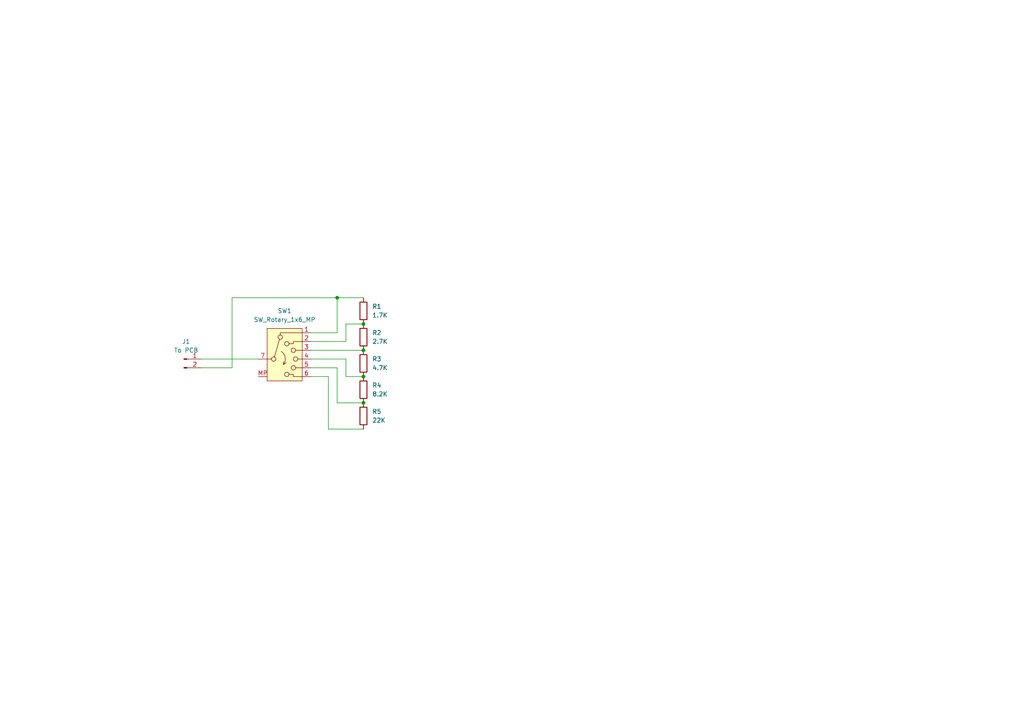
<source format=kicad_sch>
(kicad_sch (version 20250114) (generator "eeschema") (generator_version "9.0")
  (paper "A4")
  (lib_symbols
    (symbol "Connector:Conn_01x02_Pin" (pin_names (offset 1.016) (hide yes))
      (property "Reference" "J" (at 0 2.54 0))
      (property "Value" "Conn_01x02_Pin" (at 0 -5.08 0))
      (symbol "Conn_01x02_Pin_1_1"
        (rectangle (start 0.8636 0.127) (end 0 -0.127) (stroke (width 0.1524)) (fill (type outline)))
        (rectangle (start 0.8636 -2.413) (end 0 -2.667) (stroke (width 0.1524)) (fill (type outline)))
        (polyline (pts (xy 1.27 0) (xy 0.8636 0)) (stroke (width 0.1524)))
        (polyline (pts (xy 1.27 -2.54) (xy 0.8636 -2.54)) (stroke (width 0.1524)))
        (pin passive line (at 5.08 0 180) (length 3.81) (name "Pin_1") (number "1"))
        (pin passive line (at 5.08 -2.54 180) (length 3.81) (name "Pin_2") (number "2"))
      )
    )
    (symbol "Device:R" (pin_numbers (hide yes)) (pin_names (offset 0))
      (property "Reference" "R" (at 2.032 0 90))
      (property "Value" "R" (at 0 0 90))
      (symbol "R_0_1"
        (rectangle (start -1.016 -2.54) (end 1.016 2.54) (stroke (width 0.254)))
      )
      (symbol "R_1_1"
        (pin passive line (at 0 3.81 270) (length 1.27) (name "~") (number "1"))
        (pin passive line (at 0 -3.81 90) (length 1.27) (name "~") (number "2"))
      )
    )
    (symbol "Switch:SW_Rotary_1x6_MP" (pin_names (hide yes))
      (property "Reference" "SW" (at 0 10.16 0))
      (property "Value" "SW_Rotary_1x6_MP" (at 8.89 -7.62 0))
      (symbol "SW_Rotary_1x6_MP_0_1"
        (polyline (pts (xy -5.08 0) (xy -3.81 0)))
        (circle (center -3.175 0) (radius 0.635))
        (polyline (pts (xy -2.9464 0.6096) (xy -1.4732 5.7404)))
        (arc (start -0.9526 2.2225) (mid 0.154 0.449) (end -0.3176 -1.5875))
        (circle (center -1.27 6.35) (radius 0.635))
        (polyline (pts (xy -0.3176 -1.5875) (xy -0.3176 -0.6985)))
        (polyline (pts (xy -0.3176 -1.5875) (xy -0.3176 -1.5875)))
        (polyline (pts (xy -0.3176 -1.5875) (xy 0.4444 -1.0795)))
        (circle (center 0.635 4.445) (radius 0.635))
        (circle (center 0.635 -4.445) (radius 0.635))
        (circle (center 2.54 2.54) (radius 0.635))
        (circle (center 2.54 -2.54) (radius 0.635))
        (circle (center 3.175 0) (radius 0.635))
        (polyline (pts (xy 5.08 7.62) (xy -1.27 7.62) (xy -1.27 7.62) (xy -1.27 6.985)))
        (polyline (pts (xy 5.08 5.08) (xy 2.54 5.08) (xy 2.54 4.445) (xy 1.27 4.445)))
        (polyline (pts (xy 5.08 2.54) (xy 3.175 2.54)))
        (polyline (pts (xy 5.08 0) (xy 3.81 0)))
        (polyline (pts (xy 5.08 -2.54) (xy 3.175 -2.54)))
        (polyline (pts (xy 5.08 -5.08) (xy 2.54 -5.08) (xy 2.54 -4.445) (xy 1.27 -4.445)))
      )
      (symbol "SW_Rotary_1x6_MP_1_1"
        (polyline (pts (xy -5.08 8.89) (xy 5.08 8.89) (xy 5.08 -6.35) (xy -5.08 -6.35) (xy -5.08 8.89) (xy -5.08 8.89)) (fill (type background)))
        (pin passive line (at -7.62 0 0) (length 2.54) (name "") (number "7"))
        (pin passive line (at -7.62 -5.08 0) (length 2.54) (name "") (number "MP"))
        (pin passive line (at 7.62 7.62 180) (length 2.54) (name "") (number "1"))
        (pin passive line (at 7.62 5.08 180) (length 2.54) (name "") (number "2"))
        (pin passive line (at 7.62 2.54 180) (length 2.54) (name "") (number "3"))
        (pin passive line (at 7.62 0 180) (length 2.54) (name "") (number "4"))
        (pin passive line (at 7.62 -2.54 180) (length 2.54) (name "") (number "5"))
        (pin passive line (at 7.62 -5.08 180) (length 2.54) (name "") (number "6"))
      )
    )
  )
  (junction (at 105.41 116.84))
  (junction (at 105.41 109.22))
  (junction (at 105.41 101.6))
  (junction (at 105.41 93.98))
  (junction (at 97.79 86.36))
  (wire (pts (xy 67.31 106.68) (xy 58.42 106.68)))
  (wire (pts (xy 90.17 96.52) (xy 97.79 96.52)))
  (wire (pts (xy 100.33 93.98) (xy 105.41 93.98)))
  (wire (pts (xy 58.42 104.14) (xy 74.93 104.14)))
  (wire (pts (xy 100.33 99.06) (xy 100.33 93.98)))
  (wire (pts (xy 90.17 109.22) (xy 95.25 109.22)))
  (wire (pts (xy 67.31 86.36) (xy 97.79 86.36)))
  (wire (pts (xy 67.31 86.36) (xy 67.31 106.68)))
  (wire (pts (xy 97.79 106.68) (xy 97.79 116.84)))
  (wire (pts (xy 90.17 101.6) (xy 105.41 101.6)))
  (wire (pts (xy 95.25 109.22) (xy 95.25 124.46)))
  (wire (pts (xy 97.79 116.84) (xy 105.41 116.84)))
  (wire (pts (xy 90.17 99.06) (xy 100.33 99.06)))
  (wire (pts (xy 90.17 106.68) (xy 97.79 106.68)))
  (wire (pts (xy 95.25 124.46) (xy 105.41 124.46)))
  (wire (pts (xy 90.17 104.14) (xy 100.33 104.14)))
  (wire (pts (xy 97.79 86.36) (xy 97.79 96.52)))
  (wire (pts (xy 97.79 86.36) (xy 105.41 86.36)))
  (wire (pts (xy 100.33 104.14) (xy 100.33 109.22)))
  (wire (pts (xy 100.33 109.22) (xy 105.41 109.22)))
  (symbol (lib_id "Device:R") (at 105.41 105.41 0) (unit 1)
    (property "Reference" "R3" (at 107.95 104.1399 0) (effects (justify left)))
    (property "Value" "4.7K" (at 107.95 106.6799 0) (effects (justify left)))
    (property "Footprint" "Leica-G9ii:R_0603" (effects (hide yes)))
    (property "Description" "Resistor" (effects (hide yes)))
  )
  (symbol (lib_id "Device:R") (at 105.41 97.79 0) (unit 1)
    (property "Reference" "R2" (at 107.95 96.5199 0) (effects (justify left)))
    (property "Value" "2.7K" (at 107.95 99.0599 0) (effects (justify left)))
    (property "Footprint" "Leica-G9ii:R_0603" (effects (hide yes)))
    (property "Description" "Resistor" (effects (hide yes)))
  )
  (symbol (lib_id "Device:R") (at 105.41 113.03 0) (unit 1)
    (property "Reference" "R4" (at 107.95 111.7599 0) (effects (justify left)))
    (property "Value" "8.2K" (at 107.95 114.2999 0) (effects (justify left)))
    (property "Footprint" "Leica-G9ii:R_0603" (effects (hide yes)))
    (property "Description" "Resistor" (effects (hide yes)))
  )
  (symbol (lib_id "Device:R") (at 105.41 120.65 0) (unit 1)
    (property "Reference" "R5" (at 107.95 119.3799 0) (effects (justify left)))
    (property "Value" "22K" (at 107.95 121.9199 0) (effects (justify left)))
    (property "Footprint" "Leica-G9ii:R_0603" (effects (hide yes)))
    (property "Description" "Resistor" (effects (hide yes)))
  )
  (symbol (lib_id "Connector:Conn_01x02_Pin") (at 53.34 104.14 0) (unit 1)
    (property "Reference" "J1" (at 53.975 99.06 0))
    (property "Value" "To PCB" (at 53.975 101.6 0))
    (property "Footprint" "Leica-G9ii:FPC-2Rows-27Pins-0.5mm" (effects (hide yes)))
    (property "Description" "Generic connector, single row, 01x02, script generated" (effects (hide yes)))
  )
  (symbol (lib_id "Device:R") (at 105.41 90.17 0) (unit 1)
    (property "Reference" "R1" (at 107.95 88.8999 0) (effects (justify left)))
    (property "Value" "1.7K" (at 107.95 91.4399 0) (effects (justify left)))
    (property "Footprint" "Leica-G9ii:R_0603" (effects (hide yes)))
    (property "Description" "Resistor" (effects (hide yes)))
  )
  (symbol (lib_id "Switch:SW_Rotary_1x6_MP") (at 82.55 104.14 0) (unit 1)
    (property "Reference" "SW1" (at 82.55 90.17 0))
    (property "Value" "SW_Rotary_1x6_MP" (at 82.55 92.71 0))
    (property "Footprint" "Leica-G9ii:Switch_Driving_Modes" (effects (hide yes)))
    (property "Description" "Rotary switch 1x6, SP6T with mount point" (effects (hide yes)))
  )
)
</source>
